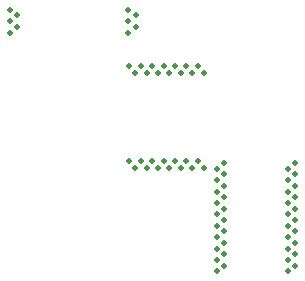
<source format=gbr>
G04 #@! TF.GenerationSoftware,KiCad,Pcbnew,(5.1.0)-1*
G04 #@! TF.CreationDate,2019-05-03T22:13:54-07:00*
G04 #@! TF.ProjectId,Miniscope-v4-FlexPC,4d696e69-7363-46f7-9065-2d76342d466c,rev?*
G04 #@! TF.SameCoordinates,PXff95b0PYe11130*
G04 #@! TF.FileFunction,Copper,L2,Bot*
G04 #@! TF.FilePolarity,Positive*
%FSLAX46Y46*%
G04 Gerber Fmt 4.6, Leading zero omitted, Abs format (unit mm)*
G04 Created by KiCad (PCBNEW (5.1.0)-1) date 2019-05-03 22:13:54*
%MOMM*%
%LPD*%
G04 APERTURE LIST*
%ADD10C,0.508000*%
G04 APERTURE END LIST*
D10*
X16804173Y-14052600D03*
X16321574Y-13443000D03*
X15838974Y-14052600D03*
X15356375Y-13443000D03*
X14873775Y-14052600D03*
X14391176Y-13443000D03*
X13908576Y-14052600D03*
X13425977Y-13443000D03*
X12943377Y-14052600D03*
X12460778Y-13443000D03*
X11978178Y-14052600D03*
X11495579Y-13443000D03*
X11012979Y-14052600D03*
X10530380Y-13443000D03*
X16804173Y-6052600D03*
X16321574Y-5443000D03*
X15838974Y-6052600D03*
X15356375Y-5443000D03*
X14873775Y-6052600D03*
X14391176Y-5443000D03*
X13908576Y-6052600D03*
X13425977Y-5443000D03*
X12943377Y-6052600D03*
X12460778Y-5443000D03*
X11978178Y-6052600D03*
X11495579Y-5443000D03*
X11012979Y-6052600D03*
X10530380Y-5443000D03*
X436800Y-668202D03*
X436800Y-1633401D03*
X1046400Y-1150802D03*
X436800Y-2598600D03*
X1046400Y-2116001D03*
X10436800Y-668202D03*
X10436800Y-1633401D03*
X11046400Y-1150802D03*
X10436800Y-2598600D03*
X11046400Y-2116001D03*
X17919240Y-22813050D03*
X18528840Y-22330451D03*
X17919240Y-21847851D03*
X18528840Y-21365252D03*
X17919240Y-20882652D03*
X18528840Y-20400053D03*
X17919240Y-19917453D03*
X18528840Y-19434854D03*
X17919240Y-18952254D03*
X18528840Y-18469655D03*
X17919240Y-17987055D03*
X18528840Y-17504456D03*
X17919240Y-17021856D03*
X18528840Y-16539257D03*
X17919240Y-16056657D03*
X18528840Y-15574058D03*
X17919240Y-15091458D03*
X18528840Y-14608859D03*
X17919240Y-14126259D03*
X18528840Y-13643660D03*
X24528840Y-13643660D03*
X23919240Y-14126259D03*
X24528840Y-14608859D03*
X23919240Y-15091458D03*
X24528840Y-15574058D03*
X23919240Y-16056657D03*
X24528840Y-16539257D03*
X23919240Y-17021856D03*
X24528840Y-17504456D03*
X23919240Y-17987055D03*
X24528840Y-18469655D03*
X23919240Y-18952254D03*
X24528840Y-19434854D03*
X23919240Y-19917453D03*
X24528840Y-20400053D03*
X23919240Y-20882652D03*
X24528840Y-21365252D03*
X23919240Y-21847851D03*
X24528840Y-22330451D03*
X23919240Y-22813050D03*
M02*

</source>
